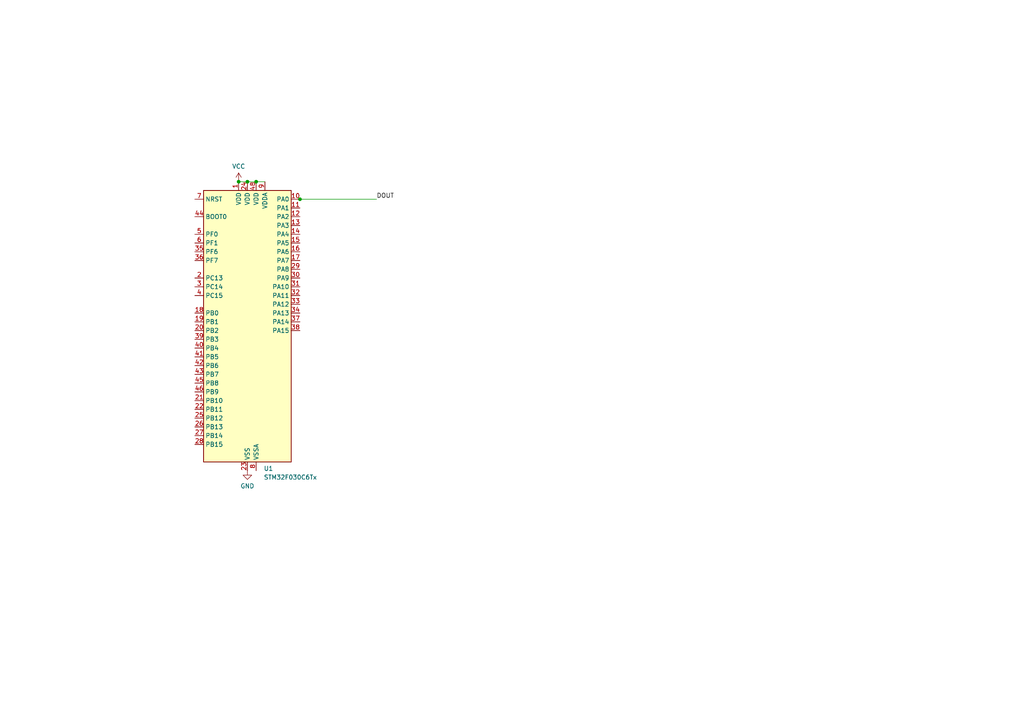
<source format=kicad_sch>
(kicad_sch (version 20230121) (generator eeschema)
  (paper "A4")
  (lib_symbols
    (symbol "MCU_ST_STM32F0:STM32F030C6Tx"
      (property "Reference" "U" (at -12.7 41.91 0))
      (property "Value" "STM32F030C6Tx" (at 7.62 41.91 0))
      (symbol "STM32F030C6Tx_0_1"
        (rectangle (start -12.7 -38.1) (end 12.7 40.64) (stroke (width 0.254)) (fill (type background)))
      )
      (symbol "STM32F030C6Tx_1_1"
        (pin power_in line (at -2.54 43.18 270) (length 2.54) (name "VDD") (number "1"))
        (pin bidirectional line (at 15.24 38.1 180) (length 2.54) (name "PA0") (number "10"))
        (pin bidirectional line (at 15.24 35.56 180) (length 2.54) (name "PA1") (number "11"))
        (pin bidirectional line (at 15.24 33.02 180) (length 2.54) (name "PA2") (number "12"))
        (pin bidirectional line (at 15.24 30.48 180) (length 2.54) (name "PA3") (number "13"))
        (pin bidirectional line (at 15.24 27.94 180) (length 2.54) (name "PA4") (number "14"))
        (pin bidirectional line (at 15.24 25.4 180) (length 2.54) (name "PA5") (number "15"))
        (pin bidirectional line (at 15.24 22.86 180) (length 2.54) (name "PA6") (number "16"))
        (pin bidirectional line (at 15.24 20.32 180) (length 2.54) (name "PA7") (number "17"))
        (pin bidirectional line (at -15.24 5.08 0) (length 2.54) (name "PB0") (number "18"))
        (pin bidirectional line (at -15.24 2.54 0) (length 2.54) (name "PB1") (number "19"))
        (pin bidirectional line (at -15.24 15.24 0) (length 2.54) (name "PC13") (number "2"))
        (pin bidirectional line (at -15.24 0 0) (length 2.54) (name "PB2") (number "20"))
        (pin bidirectional line (at -15.24 -20.32 0) (length 2.54) (name "PB10") (number "21"))
        (pin bidirectional line (at -15.24 -22.86 0) (length 2.54) (name "PB11") (number "22"))
        (pin power_in line (at 0 -40.64 90) (length 2.54) (name "VSS") (number "23"))
        (pin power_in line (at 0 43.18 270) (length 2.54) (name "VDD") (number "24"))
        (pin bidirectional line (at -15.24 -25.4 0) (length 2.54) (name "PB12") (number "25"))
        (pin bidirectional line (at -15.24 -27.94 0) (length 2.54) (name "PB13") (number "26"))
        (pin bidirectional line (at -15.24 -30.48 0) (length 2.54) (name "PB14") (number "27"))
        (pin bidirectional line (at -15.24 -33.02 0) (length 2.54) (name "PB15") (number "28"))
        (pin bidirectional line (at 15.24 17.78 180) (length 2.54) (name "PA8") (number "29"))
        (pin bidirectional line (at -15.24 12.7 0) (length 2.54) (name "PC14") (number "3"))
        (pin bidirectional line (at 15.24 15.24 180) (length 2.54) (name "PA9") (number "30"))
        (pin bidirectional line (at 15.24 12.7 180) (length 2.54) (name "PA10") (number "31"))
        (pin bidirectional line (at 15.24 10.16 180) (length 2.54) (name "PA11") (number "32"))
        (pin bidirectional line (at 15.24 7.62 180) (length 2.54) (name "PA12") (number "33"))
        (pin bidirectional line (at 15.24 5.08 180) (length 2.54) (name "PA13") (number "34"))
        (pin bidirectional line (at -15.24 22.86 0) (length 2.54) (name "PF6") (number "35"))
        (pin bidirectional line (at -15.24 20.32 0) (length 2.54) (name "PF7") (number "36"))
        (pin bidirectional line (at 15.24 2.54 180) (length 2.54) (name "PA14") (number "37"))
        (pin bidirectional line (at 15.24 0 180) (length 2.54) (name "PA15") (number "38"))
        (pin bidirectional line (at -15.24 -2.54 0) (length 2.54) (name "PB3") (number "39"))
        (pin bidirectional line (at -15.24 10.16 0) (length 2.54) (name "PC15") (number "4"))
        (pin bidirectional line (at -15.24 -5.08 0) (length 2.54) (name "PB4") (number "40"))
        (pin bidirectional line (at -15.24 -7.62 0) (length 2.54) (name "PB5") (number "41"))
        (pin bidirectional line (at -15.24 -10.16 0) (length 2.54) (name "PB6") (number "42"))
        (pin bidirectional line (at -15.24 -12.7 0) (length 2.54) (name "PB7") (number "43"))
        (pin input line (at -15.24 33.02 0) (length 2.54) (name "BOOT0") (number "44"))
        (pin bidirectional line (at -15.24 -15.24 0) (length 2.54) (name "PB8") (number "45"))
        (pin bidirectional line (at -15.24 -17.78 0) (length 2.54) (name "PB9") (number "46"))
        (pin passive line (at 0 -40.64 90) (length 2.54) hide (name "VSS") (number "47"))
        (pin power_in line (at 2.54 43.18 270) (length 2.54) (name "VDD") (number "48"))
        (pin bidirectional line (at -15.24 27.94 0) (length 2.54) (name "PF0") (number "5"))
        (pin bidirectional line (at -15.24 25.4 0) (length 2.54) (name "PF1") (number "6"))
        (pin input line (at -15.24 38.1 0) (length 2.54) (name "NRST") (number "7"))
        (pin power_in line (at 2.54 -40.64 90) (length 2.54) (name "VSSA") (number "8"))
        (pin power_in line (at 5.08 43.18 270) (length 2.54) (name "VDDA") (number "9"))
      )
    )
    (symbol "power:GND" (power) (pin_names (offset 0))
      (property "Value" "GND" (at 0 -3.81 0))
      (symbol "GND_0_1"
        (polyline (pts (xy 0 0) (xy 0 -1.27) (xy 1.27 -1.27) (xy 0 -2.54) (xy -1.27 -1.27) (xy 0 -1.27)))
      )
      (symbol "GND_1_1"
        (pin power_in line (at 0 0 270) (length 0) hide (name "GND") (number "1"))
      )
    )
    (symbol "power:VCC" (power) (pin_names (offset 0))
      (property "Value" "VCC" (at 0 3.81 0))
      (symbol "VCC_0_1"
        (polyline (pts (xy -0.762 1.27) (xy 0 2.54)))
        (polyline (pts (xy 0 0) (xy 0 2.54)))
        (polyline (pts (xy 0 2.54) (xy 0.762 1.27)))
      )
      (symbol "VCC_1_1"
        (pin power_in line (at 0 0 90) (length 0) hide (name "VCC") (number "1"))
      )
    )
  )
  (junction (at 69.215 52.705))
  (junction (at 74.295 52.705))
  (junction (at 86.995 57.785))
  (junction (at 71.755 52.705))
  (wire (pts (xy 86.36 57.785) (xy 86.995 57.785)))
  (wire (pts (xy 86.995 57.785) (xy 109.22 57.785)))
  (wire (pts (xy 69.215 52.705) (xy 71.755 52.705)))
  (wire (pts (xy 74.295 52.705) (xy 76.835 52.705)))
  (wire (pts (xy 71.755 52.705) (xy 74.295 52.705)))
  (label "DOUT" (at 109.22 57.785 0))
  (symbol (lib_id "power:VCC") (at 69.215 52.705 0) (unit 1)
    (property "Reference" "#PWR01" (effects hide))
    (property "Value" "VCC" (at 69.215 48.26 0))
  )
  (symbol (lib_id "power:GND") (at 71.755 136.525 0) (unit 1)
    (property "Reference" "#PWR02" (effects hide))
    (property "Value" "GND" (at 71.755 140.97 0))
  )
  (symbol (lib_id "MCU_ST_STM32F0:STM32F030C6Tx") (at 71.755 95.885 0) (unit 1)
    (property "Reference" "U1" (at 76.4891 135.89 0) (effects (justify left)))
    (property "Value" "STM32F030C6Tx" (at 76.4891 138.43 0) (effects (justify left)))
    (property "Footprint" "Package_QFP:LQFP-48_7x7mm_P0.5mm" (effects hide))
    (property "Datasheet" "https://www.st.com/resource/en/datasheet/stm32f030c6.pdf" (effects hide))
  )
)
</source>
